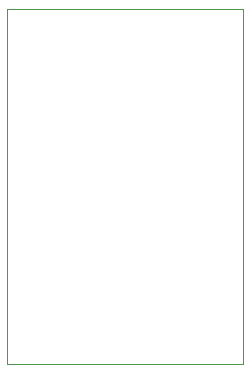
<source format=gbr>
%TF.GenerationSoftware,KiCad,Pcbnew,8.0.0*%
%TF.CreationDate,2024-02-29T09:48:22+03:00*%
%TF.ProjectId,micro17,6d696372-6f31-4372-9e6b-696361645f70,rev?*%
%TF.SameCoordinates,Original*%
%TF.FileFunction,Profile,NP*%
%FSLAX46Y46*%
G04 Gerber Fmt 4.6, Leading zero omitted, Abs format (unit mm)*
G04 Created by KiCad (PCBNEW 8.0.0) date 2024-02-29 09:48:22*
%MOMM*%
%LPD*%
G01*
G04 APERTURE LIST*
%TA.AperFunction,Profile*%
%ADD10C,0.100000*%
%TD*%
G04 APERTURE END LIST*
D10*
X200000000Y-80000000D02*
X200000000Y-50000000D01*
X180000000Y-80000000D02*
X200000000Y-80000000D01*
X200000000Y-50000000D02*
X180000000Y-50000000D01*
X180000000Y-50000000D02*
X180000000Y-80000000D01*
M02*

</source>
